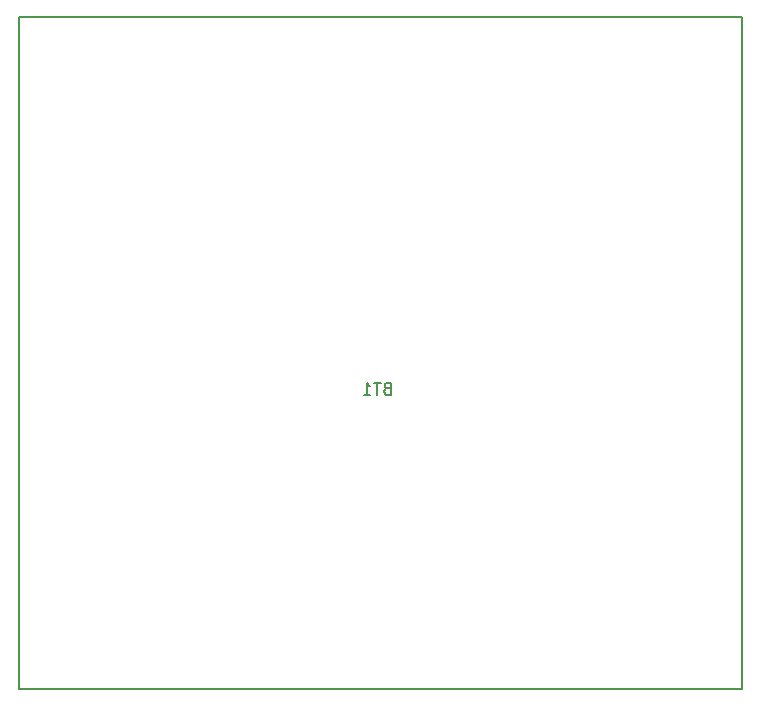
<source format=gbr>
G04 #@! TF.GenerationSoftware,KiCad,Pcbnew,(5.0.1-3-g963ef8bb5)*
G04 #@! TF.CreationDate,2019-02-08T10:03:46-05:00*
G04 #@! TF.ProjectId,STMaytal32v02,53544D617974616C33327630322E6B69,rev?*
G04 #@! TF.SameCoordinates,Original*
G04 #@! TF.FileFunction,Legend,Bot*
G04 #@! TF.FilePolarity,Positive*
%FSLAX46Y46*%
G04 Gerber Fmt 4.6, Leading zero omitted, Abs format (unit mm)*
G04 Created by KiCad (PCBNEW (5.0.1-3-g963ef8bb5)) date Friday, February 08, 2019 at 10:03:46 AM*
%MOMM*%
%LPD*%
G01*
G04 APERTURE LIST*
%ADD10C,0.150000*%
G04 APERTURE END LIST*
D10*
G04 #@! TO.C,BT1*
X94742000Y-130302000D02*
X94742000Y-73406000D01*
X155956000Y-130302000D02*
X94742000Y-130302000D01*
X155956000Y-73406000D02*
X155956000Y-130302000D01*
X94742000Y-73406000D02*
X155956000Y-73406000D01*
X125880714Y-104830571D02*
X125737857Y-104878190D01*
X125690238Y-104925809D01*
X125642619Y-105021047D01*
X125642619Y-105163904D01*
X125690238Y-105259142D01*
X125737857Y-105306761D01*
X125833095Y-105354380D01*
X126214047Y-105354380D01*
X126214047Y-104354380D01*
X125880714Y-104354380D01*
X125785476Y-104402000D01*
X125737857Y-104449619D01*
X125690238Y-104544857D01*
X125690238Y-104640095D01*
X125737857Y-104735333D01*
X125785476Y-104782952D01*
X125880714Y-104830571D01*
X126214047Y-104830571D01*
X125356904Y-104354380D02*
X124785476Y-104354380D01*
X125071190Y-105354380D02*
X125071190Y-104354380D01*
X123928333Y-105354380D02*
X124499761Y-105354380D01*
X124214047Y-105354380D02*
X124214047Y-104354380D01*
X124309285Y-104497238D01*
X124404523Y-104592476D01*
X124499761Y-104640095D01*
G04 #@! TD*
M02*

</source>
